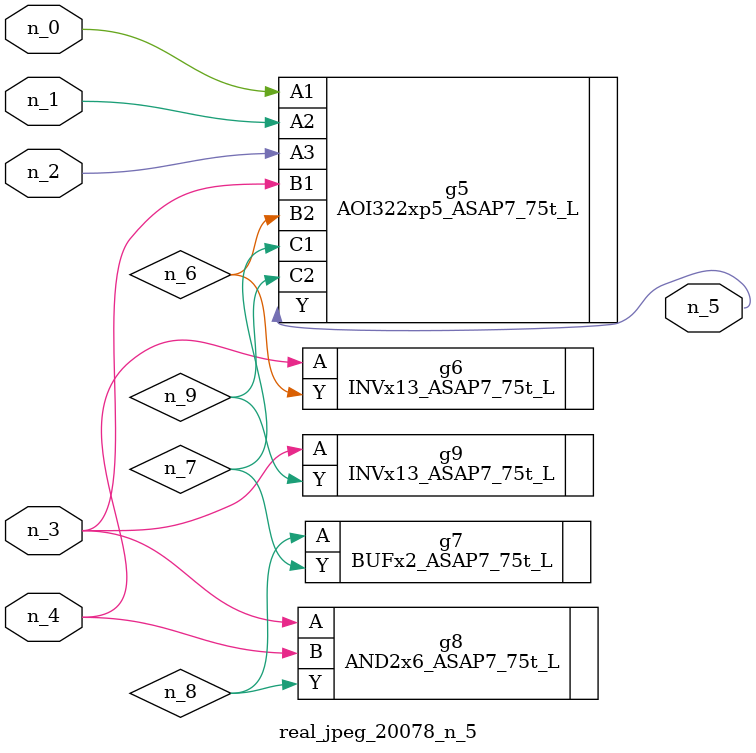
<source format=v>
module real_jpeg_20078_n_5 (n_4, n_0, n_1, n_2, n_3, n_5);

input n_4;
input n_0;
input n_1;
input n_2;
input n_3;

output n_5;

wire n_8;
wire n_6;
wire n_7;
wire n_9;

AOI322xp5_ASAP7_75t_L g5 ( 
.A1(n_0),
.A2(n_1),
.A3(n_2),
.B1(n_3),
.B2(n_6),
.C1(n_7),
.C2(n_9),
.Y(n_5)
);

AND2x6_ASAP7_75t_L g8 ( 
.A(n_3),
.B(n_4),
.Y(n_8)
);

INVx13_ASAP7_75t_L g9 ( 
.A(n_3),
.Y(n_9)
);

INVx13_ASAP7_75t_L g6 ( 
.A(n_4),
.Y(n_6)
);

BUFx2_ASAP7_75t_L g7 ( 
.A(n_8),
.Y(n_7)
);


endmodule
</source>
